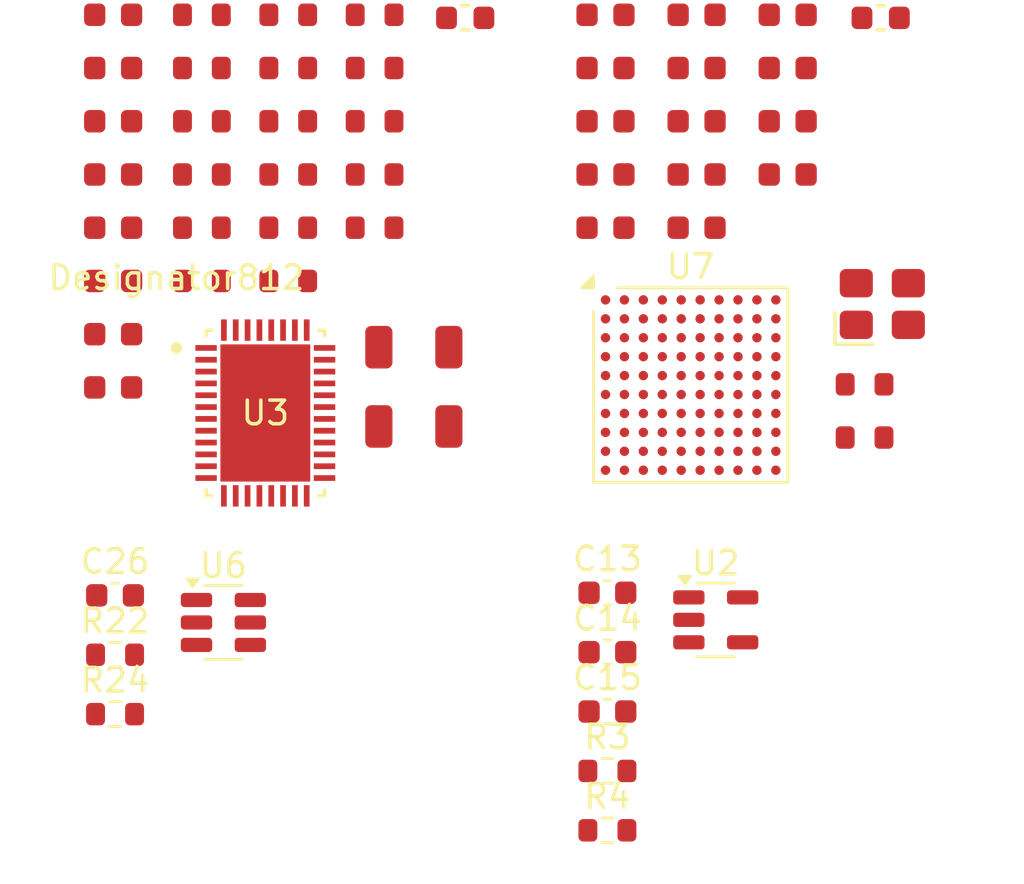
<source format=kicad_pcb>
(kicad_pcb (version 20241229) (generator "pcbnew") (generator_version "9.0")
  (layers (0 "F.Cu" signal) (2 "B.Cu" signal) (13 "F.Paste" user) (15 "B.Paste" user) (5 "F.SilkS" user "F.Silkscreen") (7 "B.SilkS" user "B.Silkscreen") (1 "F.Mask" user) (3 "B.Mask" user) (25 "Edge.Cuts" user))
  (net 0 "")
  (net 1 "+3.3V")
  (net 2 "GND")
  (net 3 "NRST")
  (net 4 "+5V")
  (net 5 "DRV_SO_A")
  (net 6 "DRV_SO_B")
  (net 7 "DRV_SO_C")
  (net 8 "DRV_AN_REF")
  (net 9 "Net-(U3-AVDD)")
  (net 10 "Net-(U3-CPL)")
  (net 11 "Net-(U3-CPH)")
  (net 12 "Net-(U3-CP)")
  (net 13 "Net-(U3-GND_BK)")
  (net 14 "+3V3")
  (net 15 "Net-(U2-CE)")
  (net 16 "Net-(U3-SOA)")
  (net 17 "~{FAULT}")
  (net 18 "Net-(U3-SOB)")
  (net 19 "Net-(U3-SOC)")
  (net 20 "PWM_A_H")
  (net 21 "Net-(U3-INHA)")
  (net 22 "PWM_A_L")
  (net 23 "Net-(U3-INLA)")
  (net 24 "PWM_B_H")
  (net 25 "Net-(U3-INHB)")
  (net 26 "Net-(U3-INLB)")
  (net 27 "PWM_B_L")
  (net 28 "Net-(U3-INHC)")
  (net 29 "PWM_C_H")
  (net 30 "Net-(U3-INLC)")
  (net 31 "PWM_C_L")
  (net 32 "Net-(U3-FAULT_N)")
  (net 33 "Net-(U3-SLEEP_N)")
  (net 34 "~{SLEEP}")
  (net 35 "DRV_OFF")
  (net 36 "Net-(U3-DRVOFF)")
  (net 37 "DRV_SPI_CLK")
  (net 38 "Net-(U3-SCLK)")
  (net 39 "DRV_SPI_SDI")
  (net 40 "Net-(U3-SDI)")
  (net 41 "DRV_SPI_SDO")
  (net 42 "Net-(U3-SDO)")
  (net 43 "Net-(U3-SCS_N)")
  (net 44 "DRV_SPI_~{SCS}")
  (net 45 "/IO/RS485-")
  (net 46 "Net-(J3-Pin_1)")
  (net 47 "/IO/CAN+")
  (net 48 "Net-(J6-Pin_1)")
  (net 50 "Net-(J1-Pin_1)")
  (net 51 "Net-(J1-Pin_2)")
  (net 54 "Net-(U3-SW_BK)")
  (net 55 "Net-(J1-Pin_3)")
  (net 56 "Net-(J5-D+-PadA6)")
  (net 57 "USB+")
  (net 58 "Net-(J5-D--PadA7)")
  (net 59 "USB-")
  (net 60 "Net-(U6-VBUS)")
  (net 61 "Net-(U7-VDDA)")
  (net 93 "SWD_CLK")
  (net 96 "SWD_DATA")
  (net 142 "Net-(C1-Pad1)")
  (net 143 "Net-(C2-Pad1)")
  (net 144 "Net-(C16-Pad2)")
  (net 145 "Net-(U7-PH1)")
  (net 146 "Net-(U7-PH0)")
  (net 147 "Net-(U7-PDR_ON)")
  (net 148 "Net-(U7-BOOT0)")
  (footprint "PCM_JLCPCB:OSC-SMD_4P-L3.2-W2.5-BL" (layer "F.Cu") (at 137.295 93.255)
    (property "Reference" "X2" (hide yes))
    (property "Value" "X322516MLB4SI")
    (fp_line (start -2 0.35) (end -2 1.7) (stroke (width 0.15)) (layer "F.SilkS"))
    (fp_line (start -2 1.7) (end -0.4 1.7) (stroke (width 0.15)) (layer "F.SilkS"))
    (pad "1" smd roundrect (at -1.1 0.88) (size 1.4 1.2) (layers "F.Cu" "F.Mask" "F.Paste") (roundrect_rratio 0.2083333333) (net 145 "Net-(U7-PH1)"))
    (pad "2" smd roundrect (at 1.1 0.88) (size 1.4 1.2) (layers "F.Cu" "F.Mask" "F.Paste") (roundrect_rratio 0.2083333333) (net 2 "GND"))
    (pad "3" smd roundrect (at 1.1 -0.88) (size 1.4 1.2) (layers "F.Cu" "F.Mask" "F.Paste") (roundrect_rratio 0.2083333333) (net 146 "Net-(U7-PH0)"))
    (pad "4" smd roundrect (at -1.1 -0.88) (size 1.4 1.2) (layers "F.Cu" "F.Mask" "F.Paste") (roundrect_rratio 0.2083333333) (net 2 "GND"))
  )
  (footprint "PCM_JLCPCB:C_0603" (layer "F.Cu") (at 129.445 83.28)
    (property "Reference" "C29" (hide yes))
    (property "Value" "1uF")
    (pad "1" smd roundrect (at -0.78 0) (size 0.9 0.95) (layers "F.Cu" "F.Mask" "F.Paste") (net 61 "Net-(U7-VDDA)"))
    (pad "2" smd roundrect (at 0.78 0) (size 0.9 0.95) (layers "F.Cu" "F.Mask" "F.Paste") (net 2 "GND"))
  )
  (footprint "PCM_JLCPCB:R_0603" (layer "F.Cu") (at 108.535 92.28)
    (property "Reference" "R9" (hide yes))
    (property "Value" "22Ω")
    (pad "1" smd roundrect (at -0.82 0) (size 0.8 0.95) (layers "F.Cu" "F.Mask" "F.Paste") (net 22 "PWM_A_L"))
    (pad "2" smd roundrect (at 0.82 0) (size 0.8 0.95) (layers "F.Cu" "F.Mask" "F.Paste") (net 23 "Net-(U3-INLA)"))
  )
  (footprint "PCM_JLCPCB:C_1206" (layer "F.Cu") (at 117.495 98.43)
    (property "Reference" "C10" (hide yes))
    (property "Value" "10uF")
    (pad "1" smd roundrect (at -1.48 0) (size 1.15 1.8) (layers "F.Cu" "F.Mask" "F.Paste") (roundrect_rratio 0.217391) (net 4 "+5V"))
    (pad "2" smd roundrect (at 1.48 0) (size 1.15 1.8) (layers "F.Cu" "F.Mask" "F.Paste") (roundrect_rratio 0.217391) (net 13 "Net-(U3-GND_BK)"))
  )
  (footprint "Package_BGA:TFBGA-100_8x8mm_Layout10x10_P0.8mm" (layer "F.Cu") (at 129.195 96.68)
    (property "Reference" "U7" (at 0 -5 0) (layer "F.SilkS"))
    (property "Value" "STM32H723VGHx")
    (fp_line (start -4.11 4.11) (end -4.11 -3.11) (stroke (width 0.12)) (layer "F.SilkS"))
    (fp_line (start -3.11 -4.11) (end 4.11 -4.11) (stroke (width 0.12)) (layer "F.SilkS"))
    (fp_line (start 4.11 -4.11) (end 4.11 4.11) (stroke (width 0.12)) (layer "F.SilkS"))
    (fp_line (start 4.11 4.11) (end -4.11 4.11) (stroke (width 0.12)) (layer "F.SilkS"))
    (fp_poly (pts (xy -4.11 -4.11) (xy -4.61 -4.11) (xy -4.11 -4.61)) (stroke (width 0.12)) (fill yes) (layer "F.SilkS"))
    (pad "A1" smd circle (at -3.6 -3.6) (size 0.4 0.4) (property pad_prop_bga) (layers "F.Cu" "F.Mask" "F.Paste"))
    (pad "A2" smd circle (at -2.8 -3.6) (size 0.4 0.4) (property pad_prop_bga) (layers "F.Cu" "F.Mask" "F.Paste"))
    (pad "A3" smd circle (at -2 -3.6) (size 0.4 0.4) (property pad_prop_bga) (layers "F.Cu" "F.Mask" "F.Paste"))
    (pad "A4" smd circle (at -1.2 -3.6) (size 0.4 0.4) (property pad_prop_bga) (layers "F.Cu" "F.Mask" "F.Paste"))
    (pad "A5" smd circle (at -0.4 -3.6) (size 0.4 0.4) (property pad_prop_bga) (layers "F.Cu" "F.Mask" "F.Paste"))
    (pad "A6" smd circle (at 0.4 -3.6) (size 0.4 0.4) (property pad_prop_bga) (layers "F.Cu" "F.Mask" "F.Paste"))
    (pad "A7" smd circle (at 1.2 -3.6) (size 0.4 0.4) (property pad_prop_bga) (layers "F.Cu" "F.Mask" "F.Paste"))
    (pad "A8" smd circle (at 2 -3.6) (size 0.4 0.4) (property pad_prop_bga) (layers "F.Cu" "F.Mask" "F.Paste"))
    (pad "A9" smd circle (at 2.8 -3.6) (size 0.4 0.4) (property pad_prop_bga) (layers "F.Cu" "F.Mask" "F.Paste") (net 93 "SWD_CLK"))
    (pad "A10" smd circle (at 3.6 -3.6) (size 0.4 0.4) (property pad_prop_bga) (layers "F.Cu" "F.Mask" "F.Paste") (net 96 "SWD_DATA"))
    (pad "B1" smd circle (at -3.6 -2.8) (size 0.4 0.4) (property pad_prop_bga) (layers "F.Cu" "F.Mask" "F.Paste"))
    (pad "B2" smd circle (at -2.8 -2.8) (size 0.4 0.4) (property pad_prop_bga) (layers "F.Cu" "F.Mask" "F.Paste") (net 1 "+3.3V"))
    (pad "B3" smd circle (at -2 -2.8) (size 0.4 0.4) (property pad_prop_bga) (layers "F.Cu" "F.Mask" "F.Paste"))
    (pad "B4" smd circle (at -1.2 -2.8) (size 0.4 0.4) (property pad_prop_bga) (layers "F.Cu" "F.Mask" "F.Paste"))
    (pad "B5" smd circle (at -0.4 -2.8) (size 0.4 0.4) (property pad_prop_bga) (layers "F.Cu" "F.Mask" "F.Paste"))
    (pad "B6" smd circle (at 0.4 -2.8) (size 0.4 0.4) (property pad_prop_bga) (layers "F.Cu" "F.Mask" "F.Paste"))
    (pad "B7" smd circle (at 1.2 -2.8) (size 0.4 0.4) (property pad_prop_bga) (layers "F.Cu" "F.Mask" "F.Paste"))
    (pad "B8" smd circle (at 2 -2.8) (size 0.4 0.4) (property pad_prop_bga) (layers "F.Cu" "F.Mask" "F.Paste"))
    (pad "B9" smd circle (at 2.8 -2.8) (size 0.4 0.4) (property pad_prop_bga) (layers "F.Cu" "F.Mask" "F.Paste"))
    (pad "B10" smd circle (at 3.6 -2.8) (size 0.4 0.4) (property pad_prop_bga) (layers "F.Cu" "F.Mask" "F.Paste"))
    (pad "C1" smd circle (at -3.6 -2) (size 0.4 0.4) (property pad_prop_bga) (layers "F.Cu" "F.Mask" "F.Paste") (net 146 "Net-(U7-PH0)"))
    (pad "C2" smd circle (at -2.8 -2) (size 0.4 0.4) (property pad_prop_bga) (layers "F.Cu" "F.Mask" "F.Paste") (net 2 "GND"))
    (pad "C3" smd circle (at -2 -2) (size 0.4 0.4) (property pad_prop_bga) (layers "F.Cu" "F.Mask" "F.Paste"))
    (pad "C4" smd circle (at -1.2 -2) (size 0.4 0.4) (property pad_prop_bga) (layers "F.Cu" "F.Mask" "F.Paste"))
    (pad "C5" smd circle (at -0.4 -2) (size 0.4 0.4) (property pad_prop_bga) (layers "F.Cu" "F.Mask" "F.Paste"))
    (pad "C6" smd circle (at 0.4 -2) (size 0.4 0.4) (property pad_prop_bga) (layers "F.Cu" "F.Mask" "F.Paste"))
    (pad "C7" smd circle (at 1.2 -2) (size 0.4 0.4) (property pad_prop_bga) (layers "F.Cu" "F.Mask" "F.Paste"))
    (pad "C8" smd circle (at 2 -2) (size 0.4 0.4) (property pad_prop_bga) (layers "F.Cu" "F.Mask" "F.Paste"))
    (pad "C9" smd circle (at 2.8 -2) (size 0.4 0.4) (property pad_prop_bga) (layers "F.Cu" "F.Mask" "F.Paste"))
    (pad "C10" smd circle (at 3.6 -2) (size 0.4 0.4) (property pad_prop_bga) (layers "F.Cu" "F.Mask" "F.Paste"))
    (pad "D1" smd circle (at -3.6 -1.2) (size 0.4 0.4) (property pad_prop_bga) (layers "F.Cu" "F.Mask" "F.Paste") (net 145 "Net-(U7-PH1)"))
    (pad "D2" smd circle (at -2.8 -1.2) (size 0.4 0.4) (property pad_prop_bga) (layers "F.Cu" "F.Mask" "F.Paste") (net 1 "+3.3V"))
    (pad "D3" smd circle (at -2 -1.2) (size 0.4 0.4) (property pad_prop_bga) (layers "F.Cu" "F.Mask" "F.Paste"))
    (pad "D4" smd circle (at -1.2 -1.2) (size 0.4 0.4) (property pad_prop_bga) (layers "F.Cu" "F.Mask" "F.Paste"))
    (pad "D5" smd circle (at -0.4 -1.2) (size 0.4 0.4) (property pad_prop_bga) (layers "F.Cu" "F.Mask" "F.Paste") (net 148 "Net-(U7-BOOT0)"))
    (pad "D6" smd circle (at 0.4 -1.2) (size 0.4 0.4) (property pad_prop_bga) (layers "F.Cu" "F.Mask" "F.Paste"))
    (pad "D7" smd circle (at 1.2 -1.2) (size 0.4 0.4) (property pad_prop_bga) (layers "F.Cu" "F.Mask" "F.Paste"))
    (pad "D8" smd circle (at 2 -1.2) (size 0.4 0.4) (property pad_prop_bga) (layers "F.Cu" "F.Mask" "F.Paste"))
    (pad "D9" smd circle (at 2.8 -1.2) (size 0.4 0.4) (property pad_prop_bga) (layers "F.Cu" "F.Mask" "F.Paste"))
    (pad "D10" smd circle (at 3.6 -1.2) (size 0.4 0.4) (property pad_prop_bga) (layers "F.Cu" "F.Mask" "F.Paste"))
    (pad "E1" smd circle (at -3.6 -0.4) (size 0.4 0.4) (property pad_prop_bga) (layers "F.Cu" "F.Mask" "F.Paste") (net 3 "NRST"))
    (pad "E2" smd circle (at -2.8 -0.4) (size 0.4 0.4) (property pad_prop_bga) (layers "F.Cu" "F.Mask" "F.Paste"))
    (pad "E3" smd circle (at -2 -0.4) (size 0.4 0.4) (property pad_prop_bga) (layers "F.Cu" "F.Mask" "F.Paste"))
    (pad "E4" smd circle (at -1.2 -0.4) (size 0.4 0.4) (property pad_prop_bga) (layers "F.Cu" "F.Mask" "F.Paste") (net 2 "GND"))
    (pad "E5" smd circle (at -0.4 -0.4) (size 0.4 0.4) (property pad_prop_bga) (layers "F.Cu" "F.Mask" "F.Paste") (net 2 "GND"))
    (pad "E6" smd circle (at 0.4 -0.4) (size 0.4 0.4) (property pad_prop_bga) (layers "F.Cu" "F.Mask" "F.Paste") (net 2 "GND"))
    (pad "E7" smd circle (at 1.2 -0.4) (size 0.4 0.4) (property pad_prop_bga) (layers "F.Cu" "F.Mask" "F.Paste") (net 143 "Net-(C2-Pad1)"))
    (pad "E8" smd circle (at 2 -0.4) (size 0.4 0.4) (property pad_prop_bga) (layers "F.Cu" "F.Mask" "F.Paste"))
    (pad "E9" smd circle (at 2.8 -0.4) (size 0.4 0.4) (property pad_prop_bga) (layers "F.Cu" "F.Mask" "F.Paste"))
    (pad "E10" smd circle (at 3.6 -0.4) (size 0.4 0.4) (property pad_prop_bga) (layers "F.Cu" "F.Mask" "F.Paste"))
    (pad "F1" smd circle (at -3.6 0.4) (size 0.4 0.4) (property pad_prop_bga) (layers "F.Cu" "F.Mask" "F.Paste"))
    (pad "F2" smd circle (at -2.8 0.4) (size 0.4 0.4) (property pad_prop_bga) (layers "F.Cu" "F.Mask" "F.Paste"))
    (pad "F3" smd circle (at -2 0.4) (size 0.4 0.4) (property pad_prop_bga) (layers "F.Cu" "F.Mask" "F.Paste"))
    (pad "F4" smd circle (at -1.2 0.4) (size 0.4 0.4) (property pad_prop_bga) (layers "F.Cu" "F.Mask" "F.Paste") (net 1 "+3.3V"))
    (pad "F5" smd circle (at -0.4 0.4) (size 0.4 0.4) (property pad_prop_bga) (layers "F.Cu" "F.Mask" "F.Paste") (net 1 "+3.3V"))
    (pad "F6" smd circle (at 0.4 0.4) (size 0.4 0.4) (property pad_prop_bga) (layers "F.Cu" "F.Mask" "F.Paste") (net 1 "+3.3V"))
    (pad "F7" smd circle (at 1.2 0.4) (size 0.4 0.4) (property pad_prop_bga) (layers "F.Cu" "F.Mask" "F.Paste") (net 147 "Net-(U7-PDR_ON)"))
    (pad "F8" smd circle (at 2 0.4) (size 0.4 0.4) (property pad_prop_bga) (layers "F.Cu" "F.Mask" "F.Paste") (net 142 "Net-(C1-Pad1)"))
    (pad "F9" smd circle (at 2.8 0.4) (size 0.4 0.4) (property pad_prop_bga) (layers "F.Cu" "F.Mask" "F.Paste"))
    (pad "F10" smd circle (at 3.6 0.4) (size 0.4 0.4) (property pad_prop_bga) (layers "F.Cu" "F.Mask" "F.Paste"))
    (pad "G1" smd circle (at -3.6 1.2) (size 0.4 0.4) (property pad_prop_bga) (layers "F.Cu" "F.Mask" "F.Paste") (net 2 "GND"))
    (pad "G2" smd circle (at -2.8 1.2) (size 0.4 0.4) (property pad_prop_bga) (layers "F.Cu" "F.Mask" "F.Paste"))
    (pad "G3" smd circle (at -2 1.2) (size 0.4 0.4) (property pad_prop_bga) (layers "F.Cu" "F.Mask" "F.Paste"))
    (pad "G4" smd circle (at -1.2 1.2) (size 0.4 0.4) (property pad_prop_bga) (layers "F.Cu" "F.Mask" "F.Paste"))
    (pad "G5" smd circle (at -0.4 1.2) (size 0.4 0.4) (property pad_prop_bga) (layers "F.Cu" "F.Mask" "F.Paste"))
    (pad "G6" smd circle (at 0.4 1.2) (size 0.4 0.4) (property pad_prop_bga) (layers "F.Cu" "F.Mask" "F.Paste"))
    (pad "G7" smd circle (at 1.2 1.2) (size 0.4 0.4) (property pad_prop_bga) (layers "F.Cu" "F.Mask" "F.Paste"))
    (pad "G8" smd circle (at 2 1.2) (size 0.4 0.4) (property pad_prop_bga) (layers "F.Cu" "F.Mask" "F.Paste"))
    (pad "G9" smd circle (at 2.8 1.2) (size 0.4 0.4) (property pad_prop_bga) (layers "F.Cu" "F.Mask" "F.Paste"))
    (pad "G10" smd circle (at 3.6 1.2) (size 0.4 0.4) (property pad_prop_bga) (layers "F.Cu" "F.Mask" "F.Paste"))
    (pad "H1" smd circle (at -3.6 2) (size 0.4 0.4) (property pad_prop_bga) (layers "F.Cu" "F.Mask" "F.Paste") (net 61 "Net-(U7-VDDA)"))
    (pad "H2" smd circle (at -2.8 2) (size 0.4 0.4) (property pad_prop_bga) (layers "F.Cu" "F.Mask" "F.Paste"))
    (pad "H3" smd circle (at -2 2) (size 0.4 0.4) (property pad_prop_bga) (layers "F.Cu" "F.Mask" "F.Paste"))
    (pad "H4" smd circle (at -1.2 2) (size 0.4 0.4) (property pad_prop_bga) (layers "F.Cu" "F.Mask" "F.Paste"))
    (pad "H5" smd circle (at -0.4 2) (size 0.4 0.4) (property pad_prop_bga) (layers "F.Cu" "F.Mask" "F.Paste"))
    (pad "H6" smd circle (at 0.4 2) (size 0.4 0.4) (property pad_prop_bga) (layers "F.Cu" "F.Mask" "F.Paste"))
    (pad "H7" smd circle (at 1.2 2) (size 0.4 0.4) (property pad_prop_bga) (layers "F.Cu" "F.Mask" "F.Paste"))
    (pad "H8" smd circle (at 2 2) (size 0.4 0.4) (property pad_prop_bga) (layers "F.Cu" "F.Mask" "F.Paste"))
    (pad "H9" smd circle (at 2.8 2) (size 0.4 0.4) (property pad_prop_bga) (layers "F.Cu" "F.Mask" "F.Paste"))
    (pad "H10" smd circle (at 3.6 2) (size 0.4 0.4) (property pad_prop_bga) (layers "F.Cu" "F.Mask" "F.Paste"))
    (pad "J1" smd circle (at -3.6 2.8) (size 0.4 0.4) (property pad_prop_bga) (layers "F.Cu" "F.Mask" "F.Paste") (net 2 "GND"))
    (pad "J2" smd circle (at -2.8 2.8) (size 0.4 0.4) (property pad_prop_bga) (layers "F.Cu" "F.Mask" "F.Paste"))
    (pad "J3" smd circle (at -2 2.8) (size 0.4 0.4) (property pad_prop_bga) (layers "F.Cu" "F.Mask" "F.Paste"))
    (pad "J4" smd circle (at -1.2 2.8) (size 0.4 0.4) (property pad_prop_bga) (layers "F.Cu" "F.Mask" "F.Paste"))
    (pad "J5" smd circle (at -0.4 2.8) (size 0.4 0.4) (property pad_prop_bga) (layers "F.Cu" "F.Mask" "F.Paste"))
    (pad "J6" smd circle (at 0.4 2.8) (size 0.4 0.4) (property pad_prop_bga) (layers "F.Cu" "F.Mask" "F.Paste"))
    (pad "J7" smd circle (at 1.2 2.8) (size 0.4 0.4) (property pad_prop_bga) (layers "F.Cu" "F.Mask" "F.Paste"))
    (pad "J8" smd circle (at 2 2.8) (size 0.4 0.4) (property pad_prop_bga) (layers "F.Cu" "F.Mask" "F.Paste"))
    (pad "J9" smd circle (at 2.8 2.8) (size 0.4 0.4) (property pad_prop_bga) (layers "F.Cu" "F.Mask" "F.Paste"))
    (pad "J10" smd circle (at 3.6 2.8) (size 0.4 0.4) (property pad_prop_bga) (layers "F.Cu" "F.Mask" "F.Paste"))
    (pad "K1" smd circle (at -3.6 3.6) (size 0.4 0.4) (property pad_prop_bga) (layers "F.Cu" "F.Mask" "F.Paste") (net 1 "+3.3V"))
    (pad "K2" smd circle (at -2.8 3.6) (size 0.4 0.4) (property pad_prop_bga) (layers "F.Cu" "F.Mask" "F.Paste"))
    (pad "K3" smd circle (at -2 3.6) (size 0.4 0.4) (property pad_prop_bga) (layers "F.Cu" "F.Mask" "F.Paste"))
    (pad "K4" smd circle (at -1.2 3.6) (size 0.4 0.4) (property pad_prop_bga) (layers "F.Cu" "F.Mask" "F.Paste"))
    (pad "K5" smd circle (at -0.4 3.6) (size 0.4 0.4) (property pad_prop_bga) (layers "F.Cu" "F.Mask" "F.Paste"))
    (pad "K6" smd circle (at 0.4 3.6) (size 0.4 0.4) (property pad_prop_bga) (layers "F.Cu" "F.Mask" "F.Paste"))
    (pad "K7" smd circle (at 1.2 3.6) (size 0.4 0.4) (property pad_prop_bga) (layers "F.Cu" "F.Mask" "F.Paste"))
    (pad "K8" smd circle (at 2 3.6) (size 0.4 0.4) (property pad_prop_bga) (layers "F.Cu" "F.Mask" "F.Paste"))
    (pad "K9" smd circle (at 2.8 3.6) (size 0.4 0.4) (property pad_prop_bga) (layers "F.Cu" "F.Mask" "F.Paste"))
    (pad "K10" smd circle (at 3.6 3.6) (size 0.4 0.4) (property pad_prop_bga) (layers "F.Cu" "F.Mask" "F.Paste"))
  )
  (footprint "PCM_JLCPCB:R_0603" (layer "F.Cu") (at 112.185 90.03)
    (property "Reference" "R14" (hide yes))
    (property "Value" "22Ω")
    (pad "1" smd roundrect (at -0.82 0) (size 0.8 0.95) (layers "F.Cu" "F.Mask" "F.Paste") (net 17 "~{FAULT}"))
    (pad "2" smd roundrect (at 0.82 0) (size 0.8 0.95) (layers "F.Cu" "F.Mask" "F.Paste") (net 32 "Net-(U3-FAULT_N)"))
  )
  (footprint "PCM_JLCPCB:C_0603" (layer "F.Cu") (at 104.785 90.03)
    (property "Reference" "C12" (hide yes))
    (property "Value" "100nF")
    (pad "1" smd roundrect (at -0.78 0) (size 0.9 0.95) (layers "F.Cu" "F.Mask" "F.Paste") (net 9 "Net-(U3-AVDD)"))
    (pad "2" smd roundrect (at 0.78 0) (size 0.9 0.95) (layers "F.Cu" "F.Mask" "F.Paste") (net 2 "GND"))
  )
  (footprint "PCM_JLCPCB:C_0603" (layer "F.Cu") (at 104.785 92.28)
    (property "Reference" "C16" (hide yes))
    (property "Value" "1uF")
    (pad "1" smd roundrect (at -0.78 0) (size 0.9 0.95) (layers "F.Cu" "F.Mask" "F.Paste") (net 12 "Net-(U3-CP)"))
    (pad "2" smd roundrect (at 0.78 0) (size 0.9 0.95) (layers "F.Cu" "F.Mask" "F.Paste") (net 144 "Net-(C16-Pad2)"))
  )
  (footprint "Package_TO_SOT_SMD:SOT-23-5" (layer "F.Cu") (at 130.255 106.605)
    (property "Reference" "U2" (at 0 -2.4 0) (layer "F.SilkS"))
    (property "Value" "XC6210B332MR")
    (fp_line (start 0 -1.56) (end -0.8 -1.56) (stroke (width 0.12)) (layer "F.SilkS"))
    (fp_line (start 0 -1.56) (end 0.8 -1.56) (stroke (width 0.12)) (layer "F.SilkS"))
    (fp_line (start 0 1.56) (end -0.8 1.56) (stroke (width 0.12)) (layer "F.SilkS"))
    (fp_line (start 0 1.56) (end 0.8 1.56) (stroke (width 0.12)) (layer "F.SilkS"))
    (fp_poly (pts (xy -1.3 -1.51) (xy -1.54 -1.84) (xy -1.06 -1.84)) (stroke (width 0.12)) (fill yes) (layer "F.SilkS"))
    (pad "1" smd roundrect (at -1.1375 -0.95) (size 1.325 0.6) (layers "F.Cu" "F.Mask" "F.Paste") (net 4 "+5V"))
    (pad "2" smd roundrect (at -1.1375 0) (size 1.325 0.6) (layers "F.Cu" "F.Mask" "F.Paste") (net 2 "GND"))
    (pad "3" smd roundrect (at -1.1375 0.95) (size 1.325 0.6) (layers "F.Cu" "F.Mask" "F.Paste") (net 15 "Net-(U2-CE)"))
    (pad "4" smd roundrect (at 1.1375 0.95) (size 1.325 0.6) (layers "F.Cu" "F.Mask" "F.Paste"))
    (pad "5" smd roundrect (at 1.1375 -0.95) (size 1.325 0.6) (layers "F.Cu" "F.Mask" "F.Paste") (net 1 "+3.3V"))
  )
  (footprint "PCM_JLCPCB:C_0603" (layer "F.Cu") (at 104.785 87.78)
    (property "Reference" "C11" (hide yes))
    (property "Value" "100nF")
    (pad "1" smd roundrect (at -0.78 0) (size 0.9 0.95) (layers "F.Cu" "F.Mask" "F.Paste") (net 8 "DRV_AN_REF"))
    (pad "2" smd roundrect (at 0.78 0) (size 0.9 0.95) (layers "F.Cu" "F.Mask" "F.Paste") (net 2 "GND"))
  )
  (footprint "DRV8316:RGF0040E-IPC_A" (layer "F.Cu") (at 111.216067 97.861066)
    (property "Reference" "U3" (at 0 0 0) (layer "F.SilkS"))
    (property "Value" "DRV8316RRGFR")
    (fp_line (start -2.5 -3.500001) (end -2.250001 -3.500001) (stroke (width 0.15)) (layer "F.SilkS"))
    (fp_line (start -2.5 -3.250001) (end -2.5 -3.500001) (stroke (width 0.15)) (layer "F.SilkS"))
    (fp_line (start -2.5 3.500001) (end -2.5 3.250001) (stroke (width 0.15)) (layer "F.SilkS"))
    (fp_line (start -2.5 3.500001) (end -2.250001 3.500001) (stroke (width 0.15)) (layer "F.SilkS"))
    (fp_line (start 2.250001 -3.500001) (end 2.5 -3.500001) (stroke (width 0.15)) (layer "F.SilkS"))
    (fp_line (start 2.250001 3.500001) (end 2.5 3.500001) (stroke (width 0.15)) (layer "F.SilkS"))
    (fp_line (start 2.5 -3.250001) (end 2.5 -3.500001) (stroke (width 0.15)) (layer "F.SilkS"))
    (fp_line (start 2.5 3.500001) (end 2.5 3.250001) (stroke (width 0.15)) (layer "F.SilkS"))
    (fp_circle (center -3.756066 -2.75) (end -3.631065 -2.75) (stroke (width 0.25)) (fill no) (layer "F.SilkS"))
    (fp_text user "Designator812" (at -3.7592 -5.715 0) (layer "F.SilkS"))
    (pad "1" smd rect (at -2.503033 -2.75 90) (size 0.242473 0.906066) (layers "F.Cu" "F.Mask" "F.Paste"))
    (pad "2" smd rect (at -2.503033 -2.250001 90) (size 0.242473 0.906066) (layers "F.Cu" "F.Mask" "F.Paste") (net 2 "GND"))
    (pad "3" smd rect (at -2.503033 -1.749999 90) (size 0.242473 0.906066) (layers "F.Cu" "F.Mask" "F.Paste") (net 4 "+5V"))
    (pad "4" smd rect (at -2.503033 -1.25 90) (size 0.242473 0.906066) (layers "F.Cu" "F.Mask" "F.Paste") (net 13 "Net-(U3-GND_BK)"))
    (pad "5" smd rect (at -2.503033 -0.750001 90) (size 0.242473 0.906066) (layers "F.Cu" "F.Mask" "F.Paste") (net 54 "Net-(U3-SW_BK)"))
    (pad "6" smd rect (at -2.503033 -0.25 90) (size 0.242473 0.906066) (layers "F.Cu" "F.Mask" "F.Paste") (net 10 "Net-(U3-CPL)"))
    (pad "7" smd rect (at -2.503033 0.25 90) (size 0.242473 0.906066) (layers "F.Cu" "F.Mask" "F.Paste") (net 11 "Net-(U3-CPH)"))
    (pad "8" smd rect (at -2.503033 0.750001 90) (size 0.242473 0.906066) (layers "F.Cu" "F.Mask" "F.Paste") (net 12 "Net-(U3-CP)"))
    (pad "9" smd rect (at -2.503033 1.25 90) (size 0.242473 0.906066) (layers "F.Cu" "F.Mask" "F.Paste") (net 144 "Net-(C16-Pad2)"))
    (pad "10" smd rect (at -2.503033 1.749999 90) (size 0.242473 0.906066) (layers "F.Cu" "F.Mask" "F.Paste") (net 144 "Net-(C16-Pad2)"))
    (pad "11" smd rect (at -2.503033 2.250001 90) (size 0.242473 0.906066) (layers "F.Cu" "F.Mask" "F.Paste") (net 144 "Net-(C16-Pad2)"))
    (pad "12" smd rect (at -2.503033 2.75 90) (size 0.242473 0.906066) (layers "F.Cu" "F.Mask" "F.Paste") (net 2 "GND"))
    (pad "13" smd rect (at -1.749999 3.503033) (size 0.242473 0.906066) (layers "F.Cu" "F.Mask" "F.Paste") (net 50 "Net-(J1-Pin_1)"))
    (pad "14" smd rect (at -1.25 3.503033) (size 0.242473 0.906066) (layers "F.Cu" "F.Mask" "F.Paste") (net 50 "Net-(J1-Pin_1)"))
    (pad "15" smd rect (at -0.750001 3.503033) (size 0.242473 0.906066) (layers "F.Cu" "F.Mask" "F.Paste") (net 2 "GND"))
    (pad "16" smd rect (at -0.25 3.503033) (size 0.242473 0.906066) (layers "F.Cu" "F.Mask" "F.Paste") (net 51 "Net-(J1-Pin_2)"))
    (pad "17" smd rect (at 0.25 3.503033) (size 0.242473 0.906066) (layers "F.Cu" "F.Mask" "F.Paste") (net 51 "Net-(J1-Pin_2)"))
    (pad "18" smd rect (at 0.750001 3.503033) (size 0.242473 0.906066) (layers "F.Cu" "F.Mask" "F.Paste") (net 2 "GND"))
    (pad "19" smd rect (at 1.25 3.503033) (size 0.242473 0.906066) (layers "F.Cu" "F.Mask" "F.Paste") (net 55 "Net-(J1-Pin_3)"))
    (pad "20" smd rect (at 1.749999 3.503033) (size 0.242473 0.906066) (layers "F.Cu" "F.Mask" "F.Paste") (net 55 "Net-(J1-Pin_3)"))
    (pad "21" smd rect (at 2.503033 2.75 90) (size 0.242473 0.906066) (layers "F.Cu" "F.Mask" "F.Paste") (net 36 "Net-(U3-DRVOFF)"))
    (pad "22" smd rect (at 2.503033 2.250001 90) (size 0.242473 0.906066) (layers "F.Cu" "F.Mask" "F.Paste") (net 32 "Net-(U3-FAULT_N)"))
    (pad "23" smd rect (at 2.503033 1.749999 90) (size 0.242473 0.906066) (layers "F.Cu" "F.Mask" "F.Paste") (net 33 "Net-(U3-SLEEP_N)"))
    (pad "24" smd rect (at 2.503033 1.25 90) (size 0.242473 0.906066) (layers "F.Cu" "F.Mask" "F.Paste"))
    (pad "25" smd rect (at 2.503033 0.750001 90) (size 0.242473 0.906066) (layers "F.Cu" "F.Mask" "F.Paste") (net 9 "Net-(U3-AVDD)"))
    (pad "26" smd rect (at 2.503033 0.25 90) (size 0.242473 0.906066) (layers "F.Cu" "F.Mask" "F.Paste") (net 2 "GND"))
    (pad "27" smd rect (at 2.503033 -0.25 90) (size 0.242473 0.906066) (layers "F.Cu" "F.Mask" "F.Paste") (net 21 "Net-(U3-INHA)"))
    (pad "28" smd rect (at 2.503033 -0.750001 90) (size 0.242473 0.906066) (layers "F.Cu" "F.Mask" "F.Paste") (net 23 "Net-(U3-INLA)"))
    (pad "29" smd rect (at 2.503033 -1.25 90) (size 0.242473 0.906066) (layers "F.Cu" "F.Mask" "F.Paste") (net 25 "Net-(U3-INHB)"))
    (pad "30" smd rect (at 2.503033 -1.749999 90) (size 0.242473 0.906066) (layers "F.Cu" "F.Mask" "F.Paste") (net 26 "Net-(U3-INLB)"))
    (pad "31" smd rect (at 2.503033 -2.250001 90) (size 0.242473 0.906066) (layers "F.Cu" "F.Mask" "F.Paste") (net 28 "Net-(U3-INHC)"))
    (pad "32" smd rect (at 2.503033 -2.75 90) (size 0.242473 0.906066) (layers "F.Cu" "F.Mask" "F.Paste") (net 30 "Net-(U3-INLC)"))
    (pad "33" smd rect (at 1.749999 -3.503033) (size 0.242473 0.906066) (layers "F.Cu" "F.Mask" "F.Paste") (net 42 "Net-(U3-SDO)"))
    (pad "34" smd rect (at 1.25 -3.503033) (size 0.242473 0.906066) (layers "F.Cu" "F.Mask" "F.Paste") (net 40 "Net-(U3-SDI)"))
    (pad "35" smd rect (at 0.750001 -3.503033) (size 0.242473 0.906066) (layers "F.Cu" "F.Mask" "F.Paste") (net 38 "Net-(U3-SCLK)"))
    (pad "36" smd rect (at 0.25 -3.503033) (size 0.242473 0.906066) (layers "F.Cu" "F.Mask" "F.Paste") (net 43 "Net-(U3-SCS_N)"))
    (pad "37" smd rect (at -0.25 -3.503033) (size 0.242473 0.906066) (layers "F.Cu" "F.Mask" "F.Paste") (net 8 "DRV_AN_REF"))
    (pad "38" smd rect (at -0.750001 -3.503033) (size 0.242473 0.906066) (layers "F.Cu" "F.Mask" "F.Paste") (net 19 "Net-(U3-SOC)"))
    (pad "39" smd rect (at -1.25 -3.503033) (size 0.242473 0.906066) (layers "F.Cu" "F.Mask" "F.Paste") (net 18 "Net-(U3-SOB)"))
    (pad "40" smd rect (at -1.749999 -3.503033) (size 0.242473 0.906066) (layers "F.Cu" "F.Mask" "F.Paste") (net 16 "Net-(U3-SOA)"))
    (pad "41" smd rect (at 0 0) (size 3.8 5.800001) (layers "F.Cu" "F.Mask") (net 2 "GND"))
  )
  (footprint "Resistor_SMD:R_0603_1608Metric" (layer "F.Cu") (at 104.865 110.59)
    (property "Reference" "R24" (at 0 -1.43 0) (layer "F.SilkS"))
    (property "Value" "120")
    (fp_line (start -0.237258 -0.5225) (end 0.237258 -0.5225) (stroke (width 0.12)) (layer "F.SilkS"))
    (fp_line (start -0.237258 0.5225) (end 0.237258 0.5225) (stroke (width 0.12)) (layer "F.SilkS"))
    (pad "1" smd roundrect (at -0.825 0) (size 0.8 0.95) (layers "F.Cu" "F.Mask" "F.Paste") (net 47 "/IO/CAN+"))
    (pad "2" smd roundrect (at 0.825 0) (size 0.8 0.95) (layers "F.Cu" "F.Mask" "F.Paste") (net 48 "Net-(J6-Pin_1)"))
  )
  (footprint "PCM_JLCPCB:R_0603" (layer "F.Cu") (at 115.835 81.03)
    (property "Reference" "R16" (hide yes))
    (property "Value" "22Ω")
    (pad "1" smd roundrect (at -0.82 0) (size 0.8 0.95) (layers "F.Cu" "F.Mask" "F.Paste") (net 35 "DRV_OFF"))
    (pad "2" smd roundrect (at 0.82 0) (size 0.8 0.95) (layers "F.Cu" "F.Mask" "F.Paste") (net 36 "Net-(U3-DRVOFF)"))
  )
  (footprint "PCM_JLCPCB:C_0603" (layer "F.Cu") (at 125.595 87.78)
    (property "Reference" "C8" (hide yes))
    (property "Value" "10pF")
    (pad "1" smd roundrect (at -0.78 0) (size 0.9 0.95) (layers "F.Cu" "F.Mask" "F.Paste") (net 145 "Net-(U7-PH1)"))
    (pad "2" smd roundrect (at 0.78 0) (size 0.9 0.95) (layers "F.Cu" "F.Mask" "F.Paste") (net 2 "GND"))
  )
  (footprint "PCM_JLCPCB:C_0603" (layer "F.Cu") (at 125.595 85.53)
    (property "Reference" "C3" (hide yes))
    (property "Value" "100nF")
    (pad "1" smd roundrect (at -0.78 0) (size 0.9 0.95) (layers "F.Cu" "F.Mask" "F.Paste") (net 3 "NRST"))
    (pad "2" smd roundrect (at 0.78 0) (size 0.9 0.95) (layers "F.Cu" "F.Mask" "F.Paste") (net 2 "GND"))
  )
  (footprint "PCM_JLCPCB:R_0603" (layer "F.Cu") (at 112.185 83.28)
    (property "Reference" "R11" (hide yes))
    (property "Value" "22Ω")
    (pad "1" smd roundrect (at -0.82 0) (size 0.8 0.95) (layers "F.Cu" "F.Mask" "F.Paste") (net 27 "PWM_B_L"))
    (pad "2" smd roundrect (at 0.82 0) (size 0.8 0.95) (layers "F.Cu" "F.Mask" "F.Paste") (net 26 "Net-(U3-INLB)"))
  )
  (footprint "PCM_JLCPCB:R_0603" (layer "F.Cu") (at 115.835 87.78)
    (property "Reference" "R19" (hide yes))
    (property "Value" "22Ω")
    (pad "1" smd roundrect (at -0.82 0) (size 0.8 0.95) (layers "F.Cu" "F.Mask" "F.Paste") (net 41 "DRV_SPI_SDO"))
    (pad "2" smd roundrect (at 0.82 0) (size 0.8 0.95) (layers "F.Cu" "F.Mask" "F.Paste") (net 42 "Net-(U3-SDO)"))
  )
  (footprint "PCM_JLCPCB:R_0603" (layer "F.Cu") (at 115.835 90.03)
    (property "Reference" "R20" (hide yes))
    (property "Value" "22Ω")
    (pad "1" smd roundrect (at -0.82 0) (size 0.8 0.95) (layers "F.Cu" "F.Mask" "F.Paste") (net 44 "DRV_SPI_~{SCS}"))
    (pad "2" smd roundrect (at 0.82 0) (size 0.8 0.95) (layers "F.Cu" "F.Mask" "F.Paste") (net 43 "Net-(U3-SCS_N)"))
  )
  (footprint "PCM_JLCPCB:C_0603" (layer "F.Cu") (at 133.295 85.53)
    (property "Reference" "C35" (hide yes))
    (property "Value" "100nF")
    (pad "1" smd roundrect (at -0.78 0) (size 0.9 0.95) (layers "F.Cu" "F.Mask" "F.Paste") (net 1 "+3.3V"))
    (pad "2" smd roundrect (at 0.78 0) (size 0.9 0.95) (layers "F.Cu" "F.Mask" "F.Paste") (net 2 "GND"))
  )
  (footprint "PCM_JLCPCB:R_0603" (layer "F.Cu") (at 115.835 85.53)
    (property "Reference" "R18" (hide yes))
    (property "Value" "22Ω")
    (pad "1" smd roundrect (at -0.82 0) (size 0.8 0.95) (layers "F.Cu" "F.Mask" "F.Paste") (net 39 "DRV_SPI_SDI"))
    (pad "2" smd roundrect (at 0.82 0) (size 0.8 0.95) (layers "F.Cu" "F.Mask" "F.Paste") (net 40 "Net-(U3-SDI)"))
  )
  (footprint "PCM_JLCPCB:C_0603" (layer "F.Cu") (at 133.295 83.28)
    (property "Reference" "C34" (hide yes))
    (property "Value" "100nF")
    (pad "1" smd roundrect (at -0.78 0) (size 0.9 0.95) (layers "F.Cu" "F.Mask" "F.Paste") (net 1 "+3.3V"))
    (pad "2" smd roundrect (at 0.78 0) (size 0.9 0.95) (layers "F.Cu" "F.Mask" "F.Paste") (net 2 "GND"))
  )
  (footprint "PCM_JLCPCB:R_0603" (layer "F.Cu") (at 112.185 92.28)
    (property "Reference" "R15" (hide yes))
    (property "Value" "22Ω")
    (pad "1" smd roundrect (at -0.82 0) (size 0.8 0.95) (layers "F.Cu" "F.Mask" "F.Paste") (net 34 "~{SLEEP}"))
    (pad "2" smd roundrect (at 0.82 0) (size 0.8 0.95) (layers "F.Cu" "F.Mask" "F.Paste") (net 33 "Net-(U3-SLEEP_N)"))
  )
  (footprint "PCM_JLCPCB:R_0603" (layer "F.Cu") (at 112.185 87.78)
    (property "Reference" "R13" (hide yes))
    (property "Value" "22Ω")
    (pad "1" smd roundrect (at -0.82 0) (size 0.8 0.95) (layers "F.Cu" "F.Mask" "F.Paste") (net 31 "PWM_C_L"))
    (pad "2" smd roundrect (at 0.82 0) (size 0.8 0.95) (layers "F.Cu" "F.Mask" "F.Paste") (net 30 "Net-(U3-INLC)"))
  )
  (footprint "PCM_JLCPCB:C_0603" (layer "F.Cu") (at 104.785 83.28)
    (property "Reference" "C5" (hide yes))
    (property "Value" "1nF")
    (pad "1" smd roundrect (at -0.78 0) (size 0.9 0.95) (layers "F.Cu" "F.Mask" "F.Paste") (net 6 "DRV_SO_B"))
    (pad "2" smd roundrect (at 0.78 0) (size 0.9 0.95) (layers "F.Cu" "F.Mask" "F.Paste") (net 2 "GND"))
  )
  (footprint "Capacitor_SMD:C_0603_1608Metric" (layer "F.Cu") (at 104.865 105.57)
    (property "Reference" "C26" (at 0 -1.43 0) (layer "F.SilkS"))
    (property "Value" "100nF/0603")
    (fp_line (start -0.14058 -0.51) (end 0.14058 -0.51) (stroke (width 0.12)) (layer "F.SilkS"))
    (fp_line (start -0.14058 0.51) (end 0.14058 0.51) (stroke (width 0.12)) (layer "F.SilkS"))
    (pad "1" smd roundrect (at -0.775 0) (size 0.9 0.95) (layers "F.Cu" "F.Mask" "F.Paste") (net 2 "GND"))
    (pad "2" smd roundrect (at 0.775 0) (size 0.9 0.95) (layers "F.Cu" "F.Mask" "F.Paste") (net 14 "+3V3"))
  )
  (footprint "Resistor_SMD:R_0603_1608Metric" (layer "F.Cu") (at 125.675 112.99)
    (property "Reference" "R3" (at 0 -1.43 0) (layer "F.SilkS"))
    (property "Value" "1K")
    (fp_line (start -0.237258 -0.5225) (end 0.237258 -0.5225) (stroke (width 0.12)) (layer "F.SilkS"))
    (fp_line (start -0.237258 0.5225) (end 0.237258 0.5225) (stroke (width 0.12)) (layer "F.SilkS"))
    (pad "1" smd roundrect (at -0.825 0) (size 0.8 0.95) (layers "F.Cu" "F.Mask" "F.Paste") (net 4 "+5V"))
    (pad "2" smd roundrect (at 0.825 0) (size 0.8 0.95) (layers "F.Cu" "F.Mask" "F.Paste") (net 15 "Net-(U2-CE)"))
  )
  (footprint "PCM_JLCPCB:R_0603" (layer "F.Cu") (at 112.185 81.03)
    (property "Reference" "R10" (hide yes))
    (property "Value" "22Ω")
    (pad "1" smd roundrect (at -0.82 0) (size 0.8 0.95) (layers "F.Cu" "F.Mask" "F.Paste") (net 24 "PWM_B_H"))
    (pad "2" smd roundrect (at 0.82 0) (size 0.8 0.95) (layers "F.Cu" "F.Mask" "F.Paste") (net 25 "Net-(U3-INHB)"))
  )
  (footprint "PCM_JLCPCB:C_0603" (layer "F.Cu") (at 104.785 96.78)
    (property "Reference" "C18" (hide yes))
    (property "Value" "47nF")
    (pad "1" smd roundrect (at -0.78 0) (size 0.9 0.95) (layers "F.Cu" "F.Mask" "F.Paste") (net 11 "Net-(U3-CPH)"))
    (pad "2" smd roundrect (at 0.78 0) (size 0.9 0.95) (layers "F.Cu" "F.Mask" "F.Paste") (net 10 "Net-(U3-CPL)"))
  )
  (footprint "Resistor_SMD:R_0603_1608Metric" (layer "F.Cu") (at 104.865 108.08)
    (property "Reference" "R22" (at 0 -1.43 0) (layer "F.SilkS"))
    (property "Value" "120")
    (fp_line (start -0.237258 -0.5225) (end 0.237258 -0.5225) (stroke (width 0.12)) (layer "F.SilkS"))
    (fp_line (start -0.237258 0.5225) (end 0.237258 0.5225) (stroke (width 0.12)) (layer "F.SilkS"))
    (pad "1" smd roundrect (at -0.825 0) (size 0.8 0.95) (layers "F.Cu" "F.Mask" "F.Paste") (net 45 "/IO/RS485-"))
    (pad "2" smd roundrect (at 0.825 0) (size 0.8 0.95) (layers "F.Cu" "F.Mask" "F.Paste") (net 46 "Net-(J3-Pin_1)"))
  )
  (footprint "PCM_JLCPCB:R_0603" (layer "F.Cu") (at 108.535 83.28)
    (property "Reference" "R2" (hide yes))
    (property "Value" "22Ω")
    (pad "1" smd roundrect (at -0.82 0) (size 0.8 0.95) (layers "F.Cu" "F.Mask" "F.Paste") (net 20 "PWM_A_H"))
    (pad "2" smd roundrect (at 0.82 0) (size 0.8 0.95) (layers "F.Cu" "F.Mask" "F.Paste") (net 21 "Net-(U3-INHA)"))
  )
  (footprint "PCM_JLCPCB:C_0603" (layer "F.Cu") (at 129.445 90.03)
    (property "Reference" "C32" (hide yes))
    (property "Value" "100nF")
    (pad "1" smd roundrect (at -0.78 0) (size 0.9 0.95) (layers "F.Cu" "F.Mask" "F.Paste") (net 1 "+3.3V"))
    (pad "2" smd roundrect (at 0.78 0) (size 0.9 0.95) (layers "F.Cu" "F.Mask" "F.Paste") (net 2 "GND"))
  )
  (footprint "PCM_JLCPCB:R_0603" (layer "F.Cu") (at 136.545 98.9)
    (property "Reference" "R26" (hide yes))
    (property "Value" "22Ω")
    (pad "1" smd roundrect (at -0.82 0) (size 0.8 0.95) (layers "F.Cu" "F.Mask" "F.Paste") (net 2 "GND"))
    (pad "2" smd roundrect (at 0.82 0) (size 0.8 0.95) (layers "F.Cu" "F.Mask" "F.Paste") (net 148 "Net-(U7-BOOT0)"))
  )
  (footprint "PCM_JLCPCB:C_0603" (layer "F.Cu") (at 133.295 87.78)
    (property "Reference" "C36" (hide yes))
    (property "Value" "1uF")
    (pad "1" smd roundrect (at -0.78 0) (size 0.9 0.95) (layers "F.Cu" "F.Mask" "F.Paste") (net 1 "+3.3V"))
    (pad "2" smd roundrect (at 0.78 0) (size 0.9 0.95) (layers "F.Cu" "F.Mask" "F.Paste") (net 2 "GND"))
  )
  (footprint "PCM_JLCPCB:FB_0603" (layer "F.Cu") (at 137.225 81.16)
    (property "Reference" "FB2" (hide yes))
    (property "Value" "~")
    (fp_line (start -0.16 -0.51) (end 0.16 -0.51) (stroke (width 0.15)) (layer "F.SilkS"))
    (fp_line (start -0.16 0.51) (end 0.16 0.51) (stroke (width 0.15)) (layer "F.SilkS"))
    (pad "1" smd roundrect (at -0.79 0) (size 0.88 0.95) (layers "F.Cu" "F.Mask" "F.Paste") (net 1 "+3.3V"))
    (pad "2" smd roundrect (at 0.79 0) (size 0.88 0.95) (layers "F.Cu" "F.Mask" "F.Paste") (net 61 "Net-(U7-VDDA)"))
  )
  (footprint "Resistor_SMD:R_0603_1608Metric" (layer "F.Cu") (at 125.675 115.5)
    (property "Reference" "R4" (at 0 -1.43 0) (layer "F.SilkS"))
    (property "Value" "0")
    (fp_line (start -0.237258 -0.5225) (end 0.237258 -0.5225) (stroke (width 0.12)) (layer "F.SilkS"))
    (fp_line (start -0.237258 0.5225) (end 0.237258 0.5225) (stroke (width 0.12)) (layer "F.SilkS"))
    (pad "1" smd roundrect (at -0.825 0) (size 0.8 0.95) (layers "F.Cu" "F.Mask" "F.Paste") (net 2 "GND"))
    (pad "2" smd roundrect (at 0.825 0) (size 0.8 0.95) (layers "F.Cu" "F.Mask" "F.Paste") (net 2 "GND"))
  )
  (footprint "PCM_JLCPCB:C_0603" (layer "F.Cu") (at 129.445 85.53)
    (property "Reference" "C30" (hide yes))
    (property "Value" "100nF")
    (pad "1" smd roundrect (at -0.78 0) (size 0.9 0.95) (layers "F.Cu" "F.Mask" "F.Paste") (net 1 "+3.3V"))
    (pad "2" smd roundrect (at 0.78 0) (size 0.9 0.95) (layers "F.Cu" "F.Mask" "F.Paste") (net 2 "GND"))
  )
  (footprint "PCM_JLCPCB:C_0603" (layer "F.Cu") (at 129.445 87.78)
    (property "Reference" "C31" (hide yes))
    (property "Value" "100nF")
    (pad "1" smd roundrect (at -0.78 0) (size 0.9 0.95) (layers "F.Cu" "F.Mask" "F.Paste") (net 1 "+3.3V"))
    (pad "2" smd roundrect (at 0.78 0) (size 0.9 0.95) (layers "F.Cu" "F.Mask" "F.Paste") (net 2 "GND"))
  )
  (footprint "PCM_JLCPCB:R_0603" (layer "F.Cu") (at 108.535 85.53)
    (property "Reference" "R5" (hide yes))
    (property "Value" "1kΩ")
    (pad "1" smd roundrect (at -0.82 0) (size 0.8 0.95) (layers "F.Cu" "F.Mask" "F.Paste") (net 6 "DRV_SO_B"))
    (pad "2" smd roundrect (at 0.82 0) (size 0.8 0.95) (layers "F.Cu" "F.Mask" "F.Paste") (net 18 "Net-(U3-SOB)"))
  )
  (footprint "PCM_JLCPCB:C_1206" (layer "F.Cu") (at 117.495 95.08)
    (property "Reference" "C7" (hide yes))
    (property "Value" "10uF")
    (pad "1" smd roundrect (at -1.48 0) (size 1.15 1.8) (layers "F.Cu" "F.Mask" "F.Paste") (roundrect_rratio 0.217391) (net 144 "Net-(C16-Pad2)"))
    (pad "2" smd roundrect (at 1.48 0) (size 1.15 1.8) (layers "F.Cu" "F.Mask" "F.Paste") (roundrect_rratio 0.217391) (net 2 "GND"))
  )
  (footprint "PCM_JLCPCB:C_0603" (layer "F.Cu") (at 125.595 90.03)
    (property "Reference" "C9" (hide yes))
    (property "Value" "10pF")
    (pad "1" smd roundrect (at -0.78 0) (size 0.9 0.95) (layers "F.Cu" "F.Mask" "F.Paste") (net 146 "Net-(U7-PH0)"))
    (pad "2" smd roundrect (at 0.78 0) (size 0.9 0.95) (layers "F.Cu" "F.Mask" "F.Paste") (net 2 "GND"))
  )
  (footprint "PCM_JLCPCB:C_0603" (layer "F.Cu") (at 133.295 81.03)
    (property "Reference" "C33" (hide yes))
    (property "Value" "100nF")
    (pad "1" smd roundrect (at -0.78 0) (size 0.9 0.95) (layers "F.Cu" "F.Mask" "F.Paste") (net 1 "+3.3V"))
    (pad "2" smd roundrect (at 0.78 0) (size 0.9 0.95) (layers "F.Cu" "F.Mask" "F.Paste") (net 2 "GND"))
  )
  (footprint "PCM_JLCPCB:R_0603" (layer "F.Cu") (at 115.835 83.28)
    (property "Reference" "R17" (hide yes))
    (property "Value" "22Ω")
    (pad "1" smd roundrect (at -0.82 0) (size 0.8 0.95) (layers "F.Cu" "F.Mask" "F.Paste") (net 37 "DRV_SPI_CLK"))
    (pad "2" smd roundrect (at 0.82 0) (size 0.8 0.95) (layers "F.Cu" "F.Mask" "F.Paste") (net 38 "Net-(U3-SCLK)"))
  )
  (footprint "Capacitor_SMD:C_0603_1608Metric" (layer "F.Cu") (at 125.675 105.46)
    (property "Reference" "C13" (at 0 -1.43 0) (layer "F.SilkS"))
    (property "Value" "100nF/0603")
    (fp_line (start -0.14058 -0.51) (end 0.14058 -0.51) (stroke (width 0.12)) (layer "F.SilkS"))
    (fp_line (start -0.14058 0.51) (end 0.14058 0.51) (stroke (width 0.12)) (layer "F.SilkS"))
    (pad "1" smd roundrect (at -0.775 0) (size 0.9 0.95) (layers "F.Cu" "F.Mask" "F.Paste") (net 2 "GND"))
    (pad "2" smd roundrect (at 0.775 0) (size 0.9 0.95) (layers "F.Cu" "F.Mask" "F.Paste") (net 4 "+5V"))
  )
  (footprint "PCM_JLCPCB:FB_0603" (layer "F.Cu") (at 119.665 81.16)
    (property "Reference" "FB1" (hide yes))
    (property "Value" "~")
    (fp_line (start -0.16 -0.51) (end 0.16 -0.51) (stroke (width 0.15)) (layer "F.SilkS"))
    (fp_line (start -0.16 0.51) (end 0.16 0.51) (stroke (width 0.15)) (layer "F.SilkS"))
    (pad "1" smd roundrect (at -0.79 0) (size 0.88 0.95) (layers "F.Cu" "F.Mask" "F.Paste") (net 9 "Net-(U3-AVDD)"))
    (pad "2" smd roundrect (at 0.79 0) (size 0.88 0.95) (layers "F.Cu" "F.Mask" "F.Paste") (net 1 "+3.3V"))
  )
  (footprint "PCM_JLCPCB:R_0603" (layer "F.Cu") (at 136.545 96.65)
    (property "Reference" "R25" (hide yes))
    (property "Value" "10kΩ")
    (pad "1" smd roundrect (at -0.82 0) (size 0.8 0.95) (layers "F.Cu" "F.Mask" "F.Paste") (net 1 "+3.3V"))
    (pad "2" smd roundrect (at 0.82 0) (size 0.8 0.95) (layers "F.Cu" "F.Mask" "F.Paste") (net 147 "Net-(U7-PDR_ON)"))
  )
  (footprint "PCM_JLCPCB:R_0603" (layer "F.Cu") (at 112.185 85.53)
    (property "Reference" "R12" (hide yes))
    (property "Value" "22Ω")
    (pad "1" smd roundrect (at -0.82 0) (size 0.8 0.95) (layers "F.Cu" "F.Mask" "F.Paste") (net 29 "PWM_C_H"))
    (pad "2" smd roundrect (at 0.82 0) (size 0.8 0.95) (layers "F.Cu" "F.Mask" "F.Paste") (net 28 "Net-(U3-INHC)"))
  )
  (footprint "PCM_JLCPCB:C_0603" (layer "F.Cu") (at 125.595 81.03)
    (property "Reference" "C1" (hide yes))
    (property "Value" "2.2uF")
    (pad "1" smd roundrect (at -0.78 0) (size 0.9 0.95) (layers "F.Cu" "F.Mask" "F.Paste") (net 142 "Net-(C1-Pad1)"))
    (pad "2" smd roundrect (at 0.78 0) (size 0.9 0.95) (layers "F.Cu" "F.Mask" "F.Paste") (net 2 "GND"))
  )
  (footprint "PCM_JLCPCB:C_0603" (layer "F.Cu") (at 104.785 94.53)
    (property "Reference" "C17" (hide yes))
    (property "Value" "100nF")
    (pad "1" smd roundrect (at -0.78 0) (size 0.9 0.95) (layers "F.Cu" "F.Mask" "F.Paste") (net 144 "Net-(C16-Pad2)"))
    (pad "2" smd roundrect (at 0.78 0) (size 0.9 0.95) (layers "F.Cu" "F.Mask" "F.Paste") (net 2 "GND"))
  )
  (footprint "Package_TO_SOT_SMD:SOT-23-6" (layer "F.Cu") (at 109.445 106.715)
    (property "Reference" "U6" (at 0 -2.4 0) (layer "F.SilkS"))
    (property "Value" "USBLC6-2SC6")
    (fp_line (start 0 -1.56) (end -0.8 -1.56) (stroke (width 0.12)) (layer "F.SilkS"))
    (fp_line (start 0 -1.56) (end 0.8 -1.56) (stroke (width 0.12)) (layer "F.SilkS"))
    (fp_line (start 0 1.56) (end -0.8 1.56) (stroke (width 0.12)) (layer "F.SilkS"))
    (fp_line (start 0 1.56) (end 0.8 1.56) (stroke (width 0.12)) (layer "F.SilkS"))
    (fp_poly (pts (xy -1.3 -1.51) (xy -1.54 -1.84) (xy -1.06 -1.84)) (stroke (width 0.12)) (fill yes) (layer "F.SilkS"))
    (pad "1" smd roundrect (at -1.1375 -0.95) (size 1.325 0.6) (layers "F.Cu" "F.Mask" "F.Paste") (net 59 "USB-"))
    (pad "2" smd roundrect (at -1.1375 0) (size 1.325 0.6) (layers "F.Cu" "F.Mask" "F.Paste") (net 2 "GND"))
    (pad "3" smd roundrect (at -1.1375 0.95) (size 1.325 0.6) (layers "F.Cu" "F.Mask" "F.Paste") (net 57 "USB+"))
    (pad "4" smd roundrect (at 1.1375 0.95) (size 1.325 0.6) (layers "F.Cu" "F.Mask" "F.Paste") (net 56 "Net-(J5-D+-PadA6)"))
    (pad "5" smd roundrect (at 1.1375 0) (size 1.325 0.6) (layers "F.Cu" "F.Mask" "F.Paste") (net 60 "Net-(U6-VBUS)"))
    (pad "6" smd roundrect (at 1.1375 -0.95) (size 1.325 0.6) (layers "F.Cu" "F.Mask" "F.Paste") (net 58 "Net-(J5-D--PadA7)"))
  )
  (footprint "PCM_JLCPCB:C_0603" (layer "F.Cu") (at 104.785 85.53)
    (property "Reference" "C6" (hide yes))
    (property "Value" "1nF")
    (pad "1" smd roundrect (at -0.78 0) (size 0.9 0.95) (layers "F.Cu" "F.Mask" "F.Paste") (net 7 "DRV_SO_C"))
    (pad "2" smd roundrect (at 0.78 0) (size 0.9 0.95) (layers "F.Cu" "F.Mask" "F.Paste") (net 2 "GND"))
  )
  (footprint "PCM_JLCPCB:R_0603" (layer "F.Cu") (at 108.535 81.03)
    (property "Reference" "R1" (hide yes))
    (property "Value" "10kΩ")
    (pad "1" smd roundrect (at -0.82 0) (size 0.8 0.95) (layers "F.Cu" "F.Mask" "F.Paste") (net 17 "~{FAULT}"))
    (pad "2" smd roundrect (at 0.82 0) (size 0.8 0.95) (layers "F.Cu" "F.Mask" "F.Paste") (net 1 "+3.3V"))
  )
  (footprint "PCM_JLCPCB:C_0603" (layer "F.Cu") (at 129.445 81.03)
    (property "Reference" "C28" (hide yes))
    (property "Value" "100nF")
    (pad "1" smd roundrect (at -0.78 0) (size 0.9 0.95) (layers "F.Cu" "F.Mask" "F.Paste") (net 61 "Net-(U7-VDDA)"))
    (pad "2" smd roundrect (at 0.78 0) (size 0.9 0.95) (layers "F.Cu" "F.Mask" "F.Paste") (net 2 "GND"))
  )
  (footprint "PCM_JLCPCB:R_0603" (layer "F.Cu") (at 108.535 87.78)
    (property "Reference" "R6" (hide yes))
    (property "Value" "1kΩ")
    (pad "1" smd roundrect (at -0.82 0) (size 0.8 0.95) (layers "F.Cu" "F.Mask" "F.Paste") (net 5 "DRV_SO_A"))
    (pad "2" smd roundrect (at 0.82 0) (size 0.8 0.95) (layers "F.Cu" "F.Mask" "F.Paste") (net 16 "Net-(U3-SOA)"))
  )
  (footprint "Capacitor_SMD:C_0603_1608Metric" (layer "F.Cu") (at 125.675 107.97)
    (property "Reference" "C14" (at 0 -1.43 0) (layer "F.SilkS"))
    (property "Value" "100nF/0603")
    (fp_line (start -0.14058 -0.51) (end 0.14058 -0.51) (stroke (width 0.12)) (layer "F.SilkS"))
    (fp_line (start -0.14058 0.51) (end 0.14058 0.51) (stroke (width 0.12)) (layer "F.SilkS"))
    (pad "1" smd roundrect (at -0.775 0) (size 0.9 0.95) (layers "F.Cu" "F.Mask" "F.Paste") (net 2 "GND"))
    (pad "2" smd roundrect (at 0.775 0) (size 0.9 0.95) (layers "F.Cu" "F.Mask" "F.Paste") (net 1 "+3.3V"))
  )
  (footprint "PCM_JLCPCB:C_0603" (layer "F.Cu") (at 104.785 81.03)
    (property "Reference" "C4" (hide yes))
    (property "Value" "1nF")
    (pad "1" smd roundrect (at -0.78 0) (size 0.9 0.95) (layers "F.Cu" "F.Mask" "F.Paste") (net 5 "DRV_SO_A"))
    (pad "2" smd roundrect (at 0.78 0) (size 0.9 0.95) (layers "F.Cu" "F.Mask" "F.Paste") (net 2 "GND"))
  )
  (footprint "Capacitor_SMD:C_0603_1608Metric" (layer "F.Cu") (at 125.675 110.48)
    (property "Reference" "C15" (at 0 -1.43 0) (layer "F.SilkS"))
    (property "Value" "10uF/0603")
    (fp_line (start -0.14058 -0.51) (end 0.14058 -0.51) (stroke (width 0.12)) (layer "F.SilkS"))
    (fp_line (start -0.14058 0.51) (end 0.14058 0.51) (stroke (width 0.12)) (layer "F.SilkS"))
    (pad "1" smd roundrect (at -0.775 0) (size 0.9 0.95) (layers "F.Cu" "F.Mask" "F.Paste") (net 2 "GND"))
    (pad "2" smd roundrect (at 0.775 0) (size 0.9 0.95) (layers "F.Cu" "F.Mask" "F.Paste") (net 1 "+3.3V"))
  )
  (footprint "PCM_JLCPCB:C_0603" (layer "F.Cu") (at 125.595 83.28)
    (property "Reference" "C2" (hide yes))
    (property "Value" "2.2uF")
    (pad "1" smd roundrect (at -0.78 0) (size 0.9 0.95) (layers "F.Cu" "F.Mask" "F.Paste") (net 143 "Net-(C2-Pad1)"))
    (pad "2" smd roundrect (at 0.78 0) (size 0.9 0.95) (layers "F.Cu" "F.Mask" "F.Paste") (net 2 "GND"))
  )
  (footprint "PCM_JLCPCB:R_0603" (layer "F.Cu") (at 108.535 90.03)
    (property "Reference" "R7" (hide yes))
    (property "Value" "1kΩ")
    (pad "1" smd roundrect (at -0.82 0) (size 0.8 0.95) (layers "F.Cu" "F.Mask" "F.Paste") (net 7 "DRV_SO_C"))
    (pad "2" smd roundrect (at 0.82 0) (size 0.8 0.95) (layers "F.Cu" "F.Mask" "F.Paste") (net 19 "Net-(U3-SOC)"))
  )
)
</source>
